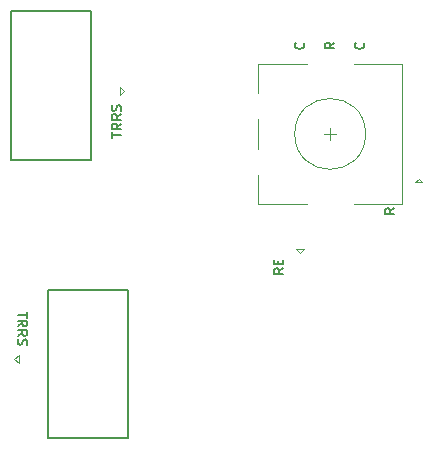
<source format=gbr>
%TF.GenerationSoftware,KiCad,Pcbnew,7.0.5*%
%TF.CreationDate,2024-01-16T16:22:41+08:00*%
%TF.ProjectId,ZeroMini,5a65726f-4d69-46e6-992e-6b696361645f,rev?*%
%TF.SameCoordinates,Original*%
%TF.FileFunction,Legend,Top*%
%TF.FilePolarity,Positive*%
%FSLAX46Y46*%
G04 Gerber Fmt 4.6, Leading zero omitted, Abs format (unit mm)*
G04 Created by KiCad (PCBNEW 7.0.5) date 2024-01-16 16:22:41*
%MOMM*%
%LPD*%
G01*
G04 APERTURE LIST*
%ADD10C,0.150000*%
%ADD11C,0.120000*%
G04 APERTURE END LIST*
D10*
%TO.C,J12*%
X181782104Y-42542380D02*
X181820200Y-42580476D01*
X181820200Y-42580476D02*
X181858295Y-42694761D01*
X181858295Y-42694761D02*
X181858295Y-42770952D01*
X181858295Y-42770952D02*
X181820200Y-42885238D01*
X181820200Y-42885238D02*
X181744009Y-42961428D01*
X181744009Y-42961428D02*
X181667819Y-42999523D01*
X181667819Y-42999523D02*
X181515438Y-43037619D01*
X181515438Y-43037619D02*
X181401152Y-43037619D01*
X181401152Y-43037619D02*
X181248771Y-42999523D01*
X181248771Y-42999523D02*
X181172580Y-42961428D01*
X181172580Y-42961428D02*
X181096390Y-42885238D01*
X181096390Y-42885238D02*
X181058295Y-42770952D01*
X181058295Y-42770952D02*
X181058295Y-42694761D01*
X181058295Y-42694761D02*
X181096390Y-42580476D01*
X181096390Y-42580476D02*
X181134485Y-42542380D01*
X179318295Y-42542380D02*
X178937342Y-42809047D01*
X179318295Y-42999523D02*
X178518295Y-42999523D01*
X178518295Y-42999523D02*
X178518295Y-42694761D01*
X178518295Y-42694761D02*
X178556390Y-42618571D01*
X178556390Y-42618571D02*
X178594485Y-42580476D01*
X178594485Y-42580476D02*
X178670676Y-42542380D01*
X178670676Y-42542380D02*
X178784961Y-42542380D01*
X178784961Y-42542380D02*
X178861152Y-42580476D01*
X178861152Y-42580476D02*
X178899247Y-42618571D01*
X178899247Y-42618571D02*
X178937342Y-42694761D01*
X178937342Y-42694761D02*
X178937342Y-42999523D01*
X176702104Y-42542380D02*
X176740200Y-42580476D01*
X176740200Y-42580476D02*
X176778295Y-42694761D01*
X176778295Y-42694761D02*
X176778295Y-42770952D01*
X176778295Y-42770952D02*
X176740200Y-42885238D01*
X176740200Y-42885238D02*
X176664009Y-42961428D01*
X176664009Y-42961428D02*
X176587819Y-42999523D01*
X176587819Y-42999523D02*
X176435438Y-43037619D01*
X176435438Y-43037619D02*
X176321152Y-43037619D01*
X176321152Y-43037619D02*
X176168771Y-42999523D01*
X176168771Y-42999523D02*
X176092580Y-42961428D01*
X176092580Y-42961428D02*
X176016390Y-42885238D01*
X176016390Y-42885238D02*
X175978295Y-42770952D01*
X175978295Y-42770952D02*
X175978295Y-42694761D01*
X175978295Y-42694761D02*
X176016390Y-42580476D01*
X176016390Y-42580476D02*
X176054485Y-42542380D01*
%TO.C,J1*%
X153307704Y-65343476D02*
X153307704Y-65800619D01*
X152507704Y-65572047D02*
X153307704Y-65572047D01*
X152507704Y-66524429D02*
X152888657Y-66257762D01*
X152507704Y-66067286D02*
X153307704Y-66067286D01*
X153307704Y-66067286D02*
X153307704Y-66372048D01*
X153307704Y-66372048D02*
X153269609Y-66448238D01*
X153269609Y-66448238D02*
X153231514Y-66486333D01*
X153231514Y-66486333D02*
X153155323Y-66524429D01*
X153155323Y-66524429D02*
X153041038Y-66524429D01*
X153041038Y-66524429D02*
X152964847Y-66486333D01*
X152964847Y-66486333D02*
X152926752Y-66448238D01*
X152926752Y-66448238D02*
X152888657Y-66372048D01*
X152888657Y-66372048D02*
X152888657Y-66067286D01*
X152507704Y-67324429D02*
X152888657Y-67057762D01*
X152507704Y-66867286D02*
X153307704Y-66867286D01*
X153307704Y-66867286D02*
X153307704Y-67172048D01*
X153307704Y-67172048D02*
X153269609Y-67248238D01*
X153269609Y-67248238D02*
X153231514Y-67286333D01*
X153231514Y-67286333D02*
X153155323Y-67324429D01*
X153155323Y-67324429D02*
X153041038Y-67324429D01*
X153041038Y-67324429D02*
X152964847Y-67286333D01*
X152964847Y-67286333D02*
X152926752Y-67248238D01*
X152926752Y-67248238D02*
X152888657Y-67172048D01*
X152888657Y-67172048D02*
X152888657Y-66867286D01*
X152545800Y-67629190D02*
X152507704Y-67743476D01*
X152507704Y-67743476D02*
X152507704Y-67933952D01*
X152507704Y-67933952D02*
X152545800Y-68010143D01*
X152545800Y-68010143D02*
X152583895Y-68048238D01*
X152583895Y-68048238D02*
X152660085Y-68086333D01*
X152660085Y-68086333D02*
X152736276Y-68086333D01*
X152736276Y-68086333D02*
X152812466Y-68048238D01*
X152812466Y-68048238D02*
X152850561Y-68010143D01*
X152850561Y-68010143D02*
X152888657Y-67933952D01*
X152888657Y-67933952D02*
X152926752Y-67781571D01*
X152926752Y-67781571D02*
X152964847Y-67705381D01*
X152964847Y-67705381D02*
X153002942Y-67667286D01*
X153002942Y-67667286D02*
X153079133Y-67629190D01*
X153079133Y-67629190D02*
X153155323Y-67629190D01*
X153155323Y-67629190D02*
X153231514Y-67667286D01*
X153231514Y-67667286D02*
X153269609Y-67705381D01*
X153269609Y-67705381D02*
X153307704Y-67781571D01*
X153307704Y-67781571D02*
X153307704Y-67972048D01*
X153307704Y-67972048D02*
X153269609Y-68086333D01*
%TO.C,J10*%
X184388295Y-56536380D02*
X184007342Y-56803047D01*
X184388295Y-56993523D02*
X183588295Y-56993523D01*
X183588295Y-56993523D02*
X183588295Y-56688761D01*
X183588295Y-56688761D02*
X183626390Y-56612571D01*
X183626390Y-56612571D02*
X183664485Y-56574476D01*
X183664485Y-56574476D02*
X183740676Y-56536380D01*
X183740676Y-56536380D02*
X183854961Y-56536380D01*
X183854961Y-56536380D02*
X183931152Y-56574476D01*
X183931152Y-56574476D02*
X183969247Y-56612571D01*
X183969247Y-56612571D02*
X184007342Y-56688761D01*
X184007342Y-56688761D02*
X184007342Y-56993523D01*
%TO.C,J1*%
X160448295Y-50542523D02*
X160448295Y-50085380D01*
X161248295Y-50313952D02*
X160448295Y-50313952D01*
X161248295Y-49361570D02*
X160867342Y-49628237D01*
X161248295Y-49818713D02*
X160448295Y-49818713D01*
X160448295Y-49818713D02*
X160448295Y-49513951D01*
X160448295Y-49513951D02*
X160486390Y-49437761D01*
X160486390Y-49437761D02*
X160524485Y-49399666D01*
X160524485Y-49399666D02*
X160600676Y-49361570D01*
X160600676Y-49361570D02*
X160714961Y-49361570D01*
X160714961Y-49361570D02*
X160791152Y-49399666D01*
X160791152Y-49399666D02*
X160829247Y-49437761D01*
X160829247Y-49437761D02*
X160867342Y-49513951D01*
X160867342Y-49513951D02*
X160867342Y-49818713D01*
X161248295Y-48561570D02*
X160867342Y-48828237D01*
X161248295Y-49018713D02*
X160448295Y-49018713D01*
X160448295Y-49018713D02*
X160448295Y-48713951D01*
X160448295Y-48713951D02*
X160486390Y-48637761D01*
X160486390Y-48637761D02*
X160524485Y-48599666D01*
X160524485Y-48599666D02*
X160600676Y-48561570D01*
X160600676Y-48561570D02*
X160714961Y-48561570D01*
X160714961Y-48561570D02*
X160791152Y-48599666D01*
X160791152Y-48599666D02*
X160829247Y-48637761D01*
X160829247Y-48637761D02*
X160867342Y-48713951D01*
X160867342Y-48713951D02*
X160867342Y-49018713D01*
X161210200Y-48256809D02*
X161248295Y-48142523D01*
X161248295Y-48142523D02*
X161248295Y-47952047D01*
X161248295Y-47952047D02*
X161210200Y-47875856D01*
X161210200Y-47875856D02*
X161172104Y-47837761D01*
X161172104Y-47837761D02*
X161095914Y-47799666D01*
X161095914Y-47799666D02*
X161019723Y-47799666D01*
X161019723Y-47799666D02*
X160943533Y-47837761D01*
X160943533Y-47837761D02*
X160905438Y-47875856D01*
X160905438Y-47875856D02*
X160867342Y-47952047D01*
X160867342Y-47952047D02*
X160829247Y-48104428D01*
X160829247Y-48104428D02*
X160791152Y-48180618D01*
X160791152Y-48180618D02*
X160753057Y-48218713D01*
X160753057Y-48218713D02*
X160676866Y-48256809D01*
X160676866Y-48256809D02*
X160600676Y-48256809D01*
X160600676Y-48256809D02*
X160524485Y-48218713D01*
X160524485Y-48218713D02*
X160486390Y-48180618D01*
X160486390Y-48180618D02*
X160448295Y-48104428D01*
X160448295Y-48104428D02*
X160448295Y-47913951D01*
X160448295Y-47913951D02*
X160486390Y-47799666D01*
%TO.C,J11*%
X174978295Y-61618285D02*
X174597342Y-61884952D01*
X174978295Y-62075428D02*
X174178295Y-62075428D01*
X174178295Y-62075428D02*
X174178295Y-61770666D01*
X174178295Y-61770666D02*
X174216390Y-61694476D01*
X174216390Y-61694476D02*
X174254485Y-61656381D01*
X174254485Y-61656381D02*
X174330676Y-61618285D01*
X174330676Y-61618285D02*
X174444961Y-61618285D01*
X174444961Y-61618285D02*
X174521152Y-61656381D01*
X174521152Y-61656381D02*
X174559247Y-61694476D01*
X174559247Y-61694476D02*
X174597342Y-61770666D01*
X174597342Y-61770666D02*
X174597342Y-62075428D01*
X174559247Y-61275428D02*
X174559247Y-61008762D01*
X174978295Y-60894476D02*
X174978295Y-61275428D01*
X174978295Y-61275428D02*
X174178295Y-61275428D01*
X174178295Y-61275428D02*
X174178295Y-60894476D01*
D11*
%TO.C,RE1*%
X186756000Y-54334000D02*
X186156000Y-54334000D01*
X186456000Y-54034000D02*
X186756000Y-54334000D01*
X186156000Y-54334000D02*
X186456000Y-54034000D01*
X185056000Y-56134000D02*
X185056000Y-44334000D01*
X180956000Y-56134000D02*
X185056000Y-56134000D01*
X180956000Y-44334000D02*
X185056000Y-44334000D01*
X179456000Y-50234000D02*
X178456000Y-50234000D01*
X178956000Y-50734000D02*
X178956000Y-49734000D01*
X176956000Y-56134000D02*
X172856000Y-56134000D01*
X172856000Y-56134000D02*
X172856000Y-53734000D01*
X172856000Y-51534000D02*
X172856000Y-48934000D01*
X172856000Y-46734000D02*
X172856000Y-44334000D01*
X172856000Y-44334000D02*
X176956000Y-44334000D01*
X181956000Y-50234000D02*
G75*
G03*
X181956000Y-50234000I-3000000J0D01*
G01*
D10*
%TO.C,T1*%
X161806200Y-76016000D02*
X161806200Y-63443000D01*
X161806200Y-76016000D02*
X155049800Y-76016000D01*
X155049800Y-76016000D02*
X155049800Y-63443000D01*
X155049800Y-63443000D02*
X161806200Y-63443000D01*
X151949800Y-39870000D02*
X151949800Y-52443000D01*
X151949800Y-39870000D02*
X158706200Y-39870000D01*
X158706200Y-39870000D02*
X158706200Y-52443000D01*
X158706200Y-52443000D02*
X151949800Y-52443000D01*
D11*
%TO.C,J1*%
X152570000Y-69643000D02*
X152570000Y-68943000D01*
X152570000Y-69643000D02*
X152220000Y-69293000D01*
X152570000Y-68943000D02*
X152220000Y-69293000D01*
X161186000Y-46243000D02*
X161186000Y-46943000D01*
X161186000Y-46243000D02*
X161536000Y-46593000D01*
X161186000Y-46943000D02*
X161536000Y-46593000D01*
%TO.C,J11*%
X176766000Y-60004000D02*
X176066000Y-60004000D01*
X176766000Y-60004000D02*
X176416000Y-60354000D01*
X176066000Y-60004000D02*
X176416000Y-60354000D01*
%TD*%
M02*

</source>
